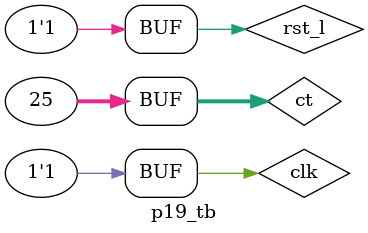
<source format=v>

`include "ff.v"

module divide_by_11(output clk_by_11, input rst_b, clk);
	wire [3:0]Q, Qn;
	T_posedge
		t0(Q[0], Qn[0], clk_by_11, 1, clk),
		t1(Q[1], Qn[1], clk_by_11, 1, Q[0]),
		t2(Q[2], Qn[2], clk_by_11, 1, Q[1]),
		t3(Q[3], Qn[3], clk_by_11, 1, Q[2]);

     	wire Q_f, Qn_f;
     	T_posedge t_final(w2, Q_f, Qn_f, rst_b, clk);

	or (w2, Q_f, w1);
	and (w1, Qn[0], Q[1], Q[2], Qn[3]);
	buf (rst, clk_by_11, Qn_f);
endmodule



module p19_tb();
	wire out_clk;
	reg rst_l, clk;
	integer ct;

	divide_by_11 device(out_clk, rst_l, clk);

	initial begin
		clk = 0;
		#1 rst_l = 0;
		#1 rst_l = 1;

		$monitor("%d out=%b in=%b", ct, out_clk, clk);

		for (ct = 0; ct < 25; ct = ct + 1) begin
			#10 clk = 0;
			#10 clk = 1;
		end

	end
endmodule

</source>
